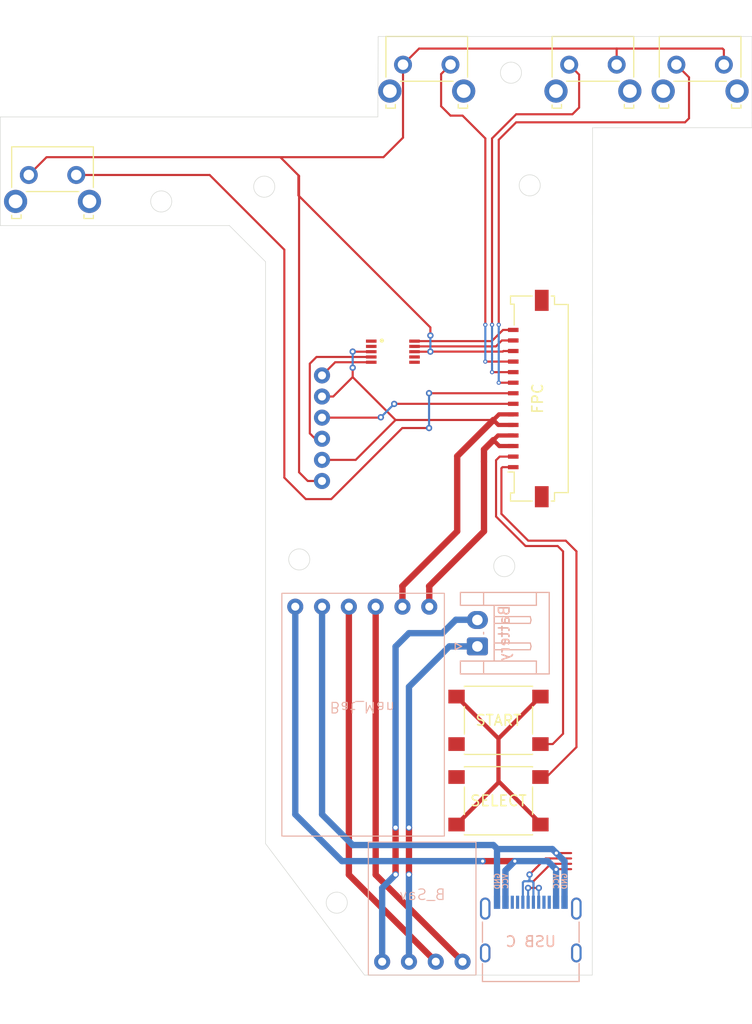
<source format=kicad_pcb>
(kicad_pcb (version 20221018) (generator pcbnew)
  (layers (0 "F.Cu" signal) (31 "B.Cu" signal) (34 "B.Paste" user) (35 "F.Paste" user) (36 "B.SilkS" user "B.Silkscreen") (37 "F.SilkS" user "F.Silkscreen") (38 "B.Mask" user) (39 "F.Mask" user) (44 "Edge.Cuts" user))
  (net 0 "")
  (footprint "Custom GBA Tools:MSOP10" (layer "F.Cu") (at 89.281 81.923 -90)
    (fp_text reference "ADS1115" hide)
    (fp_text value "ADS1115")
    (fp_circle (center -1.05 1.05) (end -0.85 1.05) (fill solid) (layer "F.SilkS"))
    (pad "1" smd rect (at -1 2.05 270) (size 0.3 1) (layers "F.Cu"))
    (pad "2" smd rect (at -0.5 2.05 270) (size 0.3 1) (layers "F.Cu"))
    (pad "A0" smd rect (at 0.5 2.05 270) (size 0.3 1) (layers "F.Cu"))
    (pad "A1" smd rect (at 1 2.05 270) (size 0.3 1) (layers "F.Cu"))
    (pad "A2" smd rect (at 1 -2.05 270) (size 0.3 1) (layers "F.Cu"))
    (pad "A3" smd rect (at 0.5 -2.05 270) (size 0.3 1) (layers "F.Cu"))
    (pad "GND" smd rect (at 0 2.05 270) (size 0.3 1) (layers "F.Cu"))
    (pad "SCL" smd rect (at -1 -2.05 270) (size 0.3 1) (layers "F.Cu"))
    (pad "SDA" smd rect (at -0.5 -2.05 270) (size 0.3 1) (layers "F.Cu"))
    (pad "VDD" smd rect (at 0 -2.05 270) (size 0.3 1) (layers "F.Cu"))
  )
  (footprint "Button_Switch_THT:SW_Tactile_SKHH_Angled" (layer "F.Cu") (at 90.242 54.737)
    (fp_text reference "REF**" hide)
    (fp_text value "SW_Tactile_SKHH_Angled" hide)
    (fp_line (start -1.62 -2.67) (end -1.62 1.18) (stroke (width 0.12)) (layer "F.SilkS"))
    (fp_line (start -1.62 3.82) (end -1.62 4.12) (stroke (width 0.12)) (layer "F.SilkS"))
    (fp_line (start -0.73 4.12) (end -1.62 4.12) (stroke (width 0.12)) (layer "F.SilkS"))
    (fp_line (start -0.73 4.12) (end -0.73 3.77) (stroke (width 0.12)) (layer "F.SilkS"))
    (fp_line (start -0.24 1.57) (end 4.74 1.57) (stroke (width 0.12)) (layer "F.SilkS"))
    (fp_line (start 5.23 4.12) (end 5.23 3.77) (stroke (width 0.12)) (layer "F.SilkS"))
    (fp_line (start 6.12 -2.67) (end -1.62 -2.67) (stroke (width 0.12)) (layer "F.SilkS"))
    (fp_line (start 6.12 1.18) (end 6.12 -2.67) (stroke (width 0.12)) (layer "F.SilkS"))
    (fp_line (start 6.12 3.82) (end 6.12 4.12) (stroke (width 0.12)) (layer "F.SilkS"))
    (fp_line (start 6.12 4.12) (end 5.23 4.12) (stroke (width 0.12)) (layer "F.SilkS"))
    (pad "" thru_hole circle (at -1.25 2.5 180) (size 2.2 2.2) (drill 1.3) (layers "*.Cu" "*.Mask"))
    (pad "" thru_hole circle (at 5.75 2.5 180) (size 2.2 2.2) (drill 1.3) (layers "*.Cu" "*.Mask"))
    (pad "1" thru_hole circle (at 0 0 180) (size 1.7 1.7) (drill 1) (layers "*.Cu" "*.Mask"))
    (pad "2" thru_hole circle (at 4.5 0 180) (size 1.7 1.7) (drill 1) (layers "*.Cu" "*.Mask"))
  )
  (footprint "Button_Switch_THT:SW_Tactile_SKHH_Angled" (layer "F.Cu") (at 105.99 54.737)
    (fp_text reference "REF**" hide)
    (fp_text value "SW_Tactile_SKHH_Angled" hide)
    (fp_line (start -1.62 -2.67) (end -1.62 1.18) (stroke (width 0.12)) (layer "F.SilkS"))
    (fp_line (start -1.62 3.82) (end -1.62 4.12) (stroke (width 0.12)) (layer "F.SilkS"))
    (fp_line (start -0.73 4.12) (end -1.62 4.12) (stroke (width 0.12)) (layer "F.SilkS"))
    (fp_line (start -0.73 4.12) (end -0.73 3.77) (stroke (width 0.12)) (layer "F.SilkS"))
    (fp_line (start -0.24 1.57) (end 4.74 1.57) (stroke (width 0.12)) (layer "F.SilkS"))
    (fp_line (start 5.23 4.12) (end 5.23 3.77) (stroke (width 0.12)) (layer "F.SilkS"))
    (fp_line (start 6.12 -2.67) (end -1.62 -2.67) (stroke (width 0.12)) (layer "F.SilkS"))
    (fp_line (start 6.12 1.18) (end 6.12 -2.67) (stroke (width 0.12)) (layer "F.SilkS"))
    (fp_line (start 6.12 3.82) (end 6.12 4.12) (stroke (width 0.12)) (layer "F.SilkS"))
    (fp_line (start 6.12 4.12) (end 5.23 4.12) (stroke (width 0.12)) (layer "F.SilkS"))
    (pad "" thru_hole circle (at -1.25 2.5 180) (size 2.2 2.2) (drill 1.3) (layers "*.Cu" "*.Mask"))
    (pad "" thru_hole circle (at 5.75 2.5 180) (size 2.2 2.2) (drill 1.3) (layers "*.Cu" "*.Mask"))
    (pad "1" thru_hole circle (at 0 0 180) (size 1.7 1.7) (drill 1) (layers "*.Cu" "*.Mask"))
    (pad "2" thru_hole circle (at 4.5 0 180) (size 1.7 1.7) (drill 1) (layers "*.Cu" "*.Mask"))
  )
  (footprint "Button_Switch_THT:SW_Tactile_SKHH_Angled" (layer "F.Cu") (at 54.773 65.187)
    (fp_text reference "REF**" hide)
    (fp_text value "SW_Tactile_SKHH_Angled" hide)
    (fp_line (start -1.62 -2.67) (end -1.62 1.18) (stroke (width 0.12)) (layer "F.SilkS"))
    (fp_line (start -1.62 3.82) (end -1.62 4.12) (stroke (width 0.12)) (layer "F.SilkS"))
    (fp_line (start -0.73 4.12) (end -1.62 4.12) (stroke (width 0.12)) (layer "F.SilkS"))
    (fp_line (start -0.73 4.12) (end -0.73 3.77) (stroke (width 0.12)) (layer "F.SilkS"))
    (fp_line (start -0.24 1.57) (end 4.74 1.57) (stroke (width 0.12)) (layer "F.SilkS"))
    (fp_line (start 5.23 4.12) (end 5.23 3.77) (stroke (width 0.12)) (layer "F.SilkS"))
    (fp_line (start 6.12 -2.67) (end -1.62 -2.67) (stroke (width 0.12)) (layer "F.SilkS"))
    (fp_line (start 6.12 1.18) (end 6.12 -2.67) (stroke (width 0.12)) (layer "F.SilkS"))
    (fp_line (start 6.12 3.82) (end 6.12 4.12) (stroke (width 0.12)) (layer "F.SilkS"))
    (fp_line (start 6.12 4.12) (end 5.23 4.12) (stroke (width 0.12)) (layer "F.SilkS"))
    (pad "" thru_hole circle (at -1.25 2.5 180) (size 2.2 2.2) (drill 1.3) (layers "*.Cu" "*.Mask"))
    (pad "" thru_hole circle (at 5.75 2.5 180) (size 2.2 2.2) (drill 1.3) (layers "*.Cu" "*.Mask"))
    (pad "1" thru_hole circle (at 0 0 180) (size 1.7 1.7) (drill 1) (layers "*.Cu" "*.Mask"))
    (pad "2" thru_hole circle (at 4.5 0 180) (size 1.7 1.7) (drill 1) (layers "*.Cu" "*.Mask"))
  )
  (footprint "Custom GBA Tools:Thru-hole joystick" (layer "F.Cu") (at 69.964 92.97)
    (fp_text reference "REF**" hide)
    (fp_text value "Thru-hole joystick")
    (pad "A1" thru_hole circle (at 12.6 -8.8) (size 1.524 1.524) (drill 0.762) (layers "*.Cu" "*.Mask"))
    (pad "A2" thru_hole circle (at 12.6 -2.8) (size 1.524 1.524) (drill 0.762) (layers "*.Cu" "*.Mask"))
    (pad "GND" thru_hole circle (at 12.6 -6.8) (size 1.524 1.524) (drill 0.762) (layers "*.Cu" "*.Mask"))
    (pad "GND" thru_hole circle (at 12.6 -0.8) (size 1.524 1.524) (drill 0.762) (layers "*.Cu" "*.Mask"))
    (pad "SW" thru_hole circle (at 12.6 -4.8) (size 1.524 1.524) (drill 0.762) (layers "*.Cu" "*.Mask"))
    (pad "VCC" thru_hole circle (at 12.6 1.2) (size 1.524 1.524) (drill 0.762) (layers "*.Cu" "*.Mask"))
  )
  (footprint "Button_Switch_SMD:SW_Push_1P1T_NO_6x6mm_H9.5mm" (layer "F.Cu") (at 99.29 116.84)
    (fp_text reference "START" (at 0 0) (layer "F.SilkS"))
    (fp_text value "SW_Push_1P1T_NO_6x6mm_H9.5mm" hide)
    (fp_line (start -3.23 -3.23) (end 3.23 -3.23) (stroke (width 0.12)) (layer "F.SilkS"))
    (fp_line (start -3.23 -3.2) (end -3.23 -3.23) (stroke (width 0.12)) (layer "F.SilkS"))
    (fp_line (start -3.23 -1.3) (end -3.23 1.3) (stroke (width 0.12)) (layer "F.SilkS"))
    (fp_line (start -3.23 3.23) (end -3.23 3.2) (stroke (width 0.12)) (layer "F.SilkS"))
    (fp_line (start -3.23 3.23) (end 3.23 3.23) (stroke (width 0.12)) (layer "F.SilkS"))
    (fp_line (start 3.23 -3.23) (end 3.23 -3.2) (stroke (width 0.12)) (layer "F.SilkS"))
    (fp_line (start 3.23 -1.3) (end 3.23 1.3) (stroke (width 0.12)) (layer "F.SilkS"))
    (fp_line (start 3.23 3.23) (end 3.23 3.2) (stroke (width 0.12)) (layer "F.SilkS"))
    (pad "1" smd rect (at -3.975 -2.25) (size 1.55 1.3) (layers "F.Cu" "F.Paste" "F.Mask"))
    (pad "1" smd rect (at 3.975 -2.25) (size 1.55 1.3) (layers "F.Cu" "F.Paste" "F.Mask"))
    (pad "2" smd rect (at -3.975 2.25) (size 1.55 1.3) (layers "F.Cu" "F.Paste" "F.Mask"))
    (pad "2" smd rect (at 3.975 2.25) (size 1.55 1.3) (layers "F.Cu" "F.Paste" "F.Mask"))
  )
  (footprint "Button_Switch_SMD:SW_Push_1P1T_NO_6x6mm_H9.5mm" (layer "F.Cu") (at 99.29 124.46)
    (fp_text reference "SELECT" (at 0 0) (layer "F.SilkS"))
    (fp_text value "SW_Push_1P1T_NO_6x6mm_H9.5mm" hide)
    (fp_line (start -3.23 -3.23) (end 3.23 -3.23) (stroke (width 0.12)) (layer "F.SilkS"))
    (fp_line (start -3.23 -3.2) (end -3.23 -3.23) (stroke (width 0.12)) (layer "F.SilkS"))
    (fp_line (start -3.23 -1.3) (end -3.23 1.3) (stroke (width 0.12)) (layer "F.SilkS"))
    (fp_line (start -3.23 3.23) (end -3.23 3.2) (stroke (width 0.12)) (layer "F.SilkS"))
    (fp_line (start -3.23 3.23) (end 3.23 3.23) (stroke (width 0.12)) (layer "F.SilkS"))
    (fp_line (start 3.23 -3.23) (end 3.23 -3.2) (stroke (width 0.12)) (layer "F.SilkS"))
    (fp_line (start 3.23 -1.3) (end 3.23 1.3) (stroke (width 0.12)) (layer "F.SilkS"))
    (fp_line (start 3.23 3.23) (end 3.23 3.2) (stroke (width 0.12)) (layer "F.SilkS"))
    (pad "1" smd rect (at -3.975 -2.25) (size 1.55 1.3) (layers "F.Cu" "F.Paste" "F.Mask"))
    (pad "1" smd rect (at 3.975 -2.25) (size 1.55 1.3) (layers "F.Cu" "F.Paste" "F.Mask"))
    (pad "2" smd rect (at -3.975 2.25) (size 1.55 1.3) (layers "F.Cu" "F.Paste" "F.Mask"))
    (pad "2" smd rect (at 3.975 2.25) (size 1.55 1.3) (layers "F.Cu" "F.Paste" "F.Mask"))
  )
  (footprint "Button_Switch_THT:SW_Tactile_SKHH_Angled" (layer "F.Cu") (at 116.15 54.737)
    (fp_text reference "REF**" hide)
    (fp_text value "SW_Tactile_SKHH_Angled" hide)
    (fp_line (start -1.62 -2.67) (end -1.62 1.18) (stroke (width 0.12)) (layer "F.SilkS"))
    (fp_line (start -1.62 3.82) (end -1.62 4.12) (stroke (width 0.12)) (layer "F.SilkS"))
    (fp_line (start -0.73 4.12) (end -1.62 4.12) (stroke (width 0.12)) (layer "F.SilkS"))
    (fp_line (start -0.73 4.12) (end -0.73 3.77) (stroke (width 0.12)) (layer "F.SilkS"))
    (fp_line (start -0.24 1.57) (end 4.74 1.57) (stroke (width 0.12)) (layer "F.SilkS"))
    (fp_line (start 5.23 4.12) (end 5.23 3.77) (stroke (width 0.12)) (layer "F.SilkS"))
    (fp_line (start 6.12 -2.67) (end -1.62 -2.67) (stroke (width 0.12)) (layer "F.SilkS"))
    (fp_line (start 6.12 1.18) (end 6.12 -2.67) (stroke (width 0.12)) (layer "F.SilkS"))
    (fp_line (start 6.12 3.82) (end 6.12 4.12) (stroke (width 0.12)) (layer "F.SilkS"))
    (fp_line (start 6.12 4.12) (end 5.23 4.12) (stroke (width 0.12)) (layer "F.SilkS"))
    (pad "" thru_hole circle (at -1.25 2.5 180) (size 2.2 2.2) (drill 1.3) (layers "*.Cu" "*.Mask"))
    (pad "" thru_hole circle (at 5.75 2.5 180) (size 2.2 2.2) (drill 1.3) (layers "*.Cu" "*.Mask"))
    (pad "1" thru_hole circle (at 0 0 180) (size 1.7 1.7) (drill 1) (layers "*.Cu" "*.Mask"))
    (pad "2" thru_hole circle (at 4.5 0 180) (size 1.7 1.7) (drill 1) (layers "*.Cu" "*.Mask"))
  )
  (footprint "Connector_FFC-FPC:Molex_200528-0140_1x14-1MP_P1.00mm_Horizontal" (layer "F.Cu") (at 101.6 86.36 90)
    (fp_text reference "FPC" (at 0 1.397 90) (layer "F.SilkS"))
    (fp_text value "Molex_200528-0140_1x14-1MP_P1.00mm_Horizontal" hide)
    (fp_line (start -9.71 -1.17) (end -9.71 0.88) (stroke (width 0.12)) (layer "F.SilkS"))
    (fp_line (start -9.71 2.7) (end -9.71 3) (stroke (width 0.12)) (layer "F.SilkS"))
    (fp_line (start -9.71 3) (end -8.91 3) (stroke (width 0.12)) (layer "F.SilkS"))
    (fp_line (start -8.94 -1.17) (end -9.71 -1.17) (stroke (width 0.12)) (layer "F.SilkS"))
    (fp_line (start -8.94 -0.82) (end -8.94 -1.17) (stroke (width 0.12)) (layer "F.SilkS"))
    (fp_line (start -8.91 3) (end -8.91 4.3) (stroke (width 0.12)) (layer "F.SilkS"))
    (fp_line (start -8.91 4.3) (end 8.91 4.3) (stroke (width 0.12)) (layer "F.SilkS"))
    (fp_line (start -6.96 -1.41) (end -6.96 -0.82) (stroke (width 0.12)) (layer "F.SilkS"))
    (fp_line (start -6.96 -0.82) (end -8.94 -0.82) (stroke (width 0.12)) (layer "F.SilkS"))
    (fp_line (start 8.91 3) (end 9.71 3) (stroke (width 0.12)) (layer "F.SilkS"))
    (fp_line (start 8.91 4.3) (end 8.91 3) (stroke (width 0.12)) (layer "F.SilkS"))
    (fp_line (start 8.94 -1.17) (end 8.94 -0.82) (stroke (width 0.12)) (layer "F.SilkS"))
    (fp_line (start 8.94 -0.82) (end 6.96 -0.82) (stroke (width 0.12)) (layer "F.SilkS"))
    (fp_line (start 9.71 -1.17) (end 8.94 -1.17) (stroke (width 0.12)) (layer "F.SilkS"))
    (fp_line (start 9.71 0.88) (end 9.71 -1.17) (stroke (width 0.12)) (layer "F.SilkS"))
    (fp_line (start 9.71 3) (end 9.71 2.7) (stroke (width 0.12)) (layer "F.SilkS"))
    (pad "1" smd rect (at -6.5 -0.91 90) (size 0.4 1) (layers "F.Cu" "F.Paste" "F.Mask"))
    (pad "2" smd rect (at -5.5 -0.91 90) (size 0.4 1) (layers "F.Cu" "F.Paste" "F.Mask"))
    (pad "3" smd rect (at -4.5 -0.91 90) (size 0.4 1) (layers "F.Cu" "F.Paste" "F.Mask"))
    (pad "4" smd rect (at -3.5 -0.91 90) (size 0.4 1) (layers "F.Cu" "F.Paste" "F.Mask"))
    (pad "5" smd rect (at -2.5 -0.91 90) (size 0.4 1) (layers "F.Cu" "F.Paste" "F.Mask"))
    (pad "6" smd rect (at -1.5 -0.91 90) (size 0.4 1) (layers "F.Cu" "F.Paste" "F.Mask"))
    (pad "7" smd rect (at -0.5 -0.91 90) (size 0.4 1) (layers "F.Cu" "F.Paste" "F.Mask"))
    (pad "8" smd rect (at 0.5 -0.91 90) (size 0.4 1) (layers "F.Cu" "F.Paste" "F.Mask"))
    (pad "9" smd rect (at 1.5 -0.91 90) (size 0.4 1) (layers "F.Cu" "F.Paste" "F.Mask"))
    (pad "10" smd rect (at 2.5 -0.91 90) (size 0.4 1) (layers "F.Cu" "F.Paste" "F.Mask"))
    (pad "11" smd rect (at 3.5 -0.91 90) (size 0.4 1) (layers "F.Cu" "F.Paste" "F.Mask"))
    (pad "12" smd rect (at 4.5 -0.91 90) (size 0.4 1) (layers "F.Cu" "F.Paste" "F.Mask"))
    (pad "13" smd rect (at 5.5 -0.91 90) (size 0.4 1) (layers "F.Cu" "F.Paste" "F.Mask"))
    (pad "14" smd rect (at 6.5 -0.91 90) (size 0.4 1) (layers "F.Cu" "F.Paste" "F.Mask"))
    (pad "MP" smd rect (at -9.3 1.79 90) (size 2 1.3) (layers "F.Cu" "F.Paste" "F.Mask"))
    (pad "MP" smd rect (at 9.3 1.79 90) (size 2 1.3) (layers "F.Cu" "F.Paste" "F.Mask"))
  )
  (footprint "Custom GBA Tools:Battery Protection Module" (layer "B.Cu") (at 97.155 140.97 180)
    (fp_text reference "B_Sav" (at 5.08 7.62 unlocked) (layer "B.SilkS") (effects (font (thickness 0.1)) (justify mirror)))
    (fp_text value "Battery Protection Module")
    (fp_rect (start 0 12.6) (end 10.2 0) (stroke (width 0.1)) (fill none) (layer "B.SilkS"))
    (pad "B+" thru_hole circle (at 6.35 1.27 180) (size 1.524 1.524) (drill 0.762) (layers "*.Cu" "*.Mask"))
    (pad "B-" thru_hole circle (at 8.89 1.27 180) (size 1.524 1.524) (drill 0.762) (layers "*.Cu" "*.Mask"))
    (pad "P+" thru_hole circle (at 3.81 1.27 180) (size 1.524 1.524) (drill 0.762) (layers "*.Cu" "*.Mask"))
    (pad "P-" thru_hole circle (at 1.27 1.27 180) (size 1.524 1.524) (drill 0.762) (layers "*.Cu" "*.Mask"))
  )
  (footprint "Custom GBA Tools:Battery Charger Board" (layer "B.Cu") (at 78.76 104.805)
    (fp_text reference "Bat_Man" (at 7.62 10.795 180 unlocked) (layer "B.SilkS") (effects (font (thickness 0.1)) (justify mirror)))
    (fp_text value "Battery Charger Board")
    (fp_rect (start 0 23) (end 15.4 0) (stroke (width 0.1)) (fill none) (layer "B.SilkS"))
    (pad "5V" thru_hole circle (at 13.97 1.27) (size 1.524 1.524) (drill 0.762) (layers "*.Cu" "*.Mask"))
    (pad "Bat+" thru_hole circle (at 6.35 1.27) (size 1.524 1.524) (drill 0.762) (layers "*.Cu" "*.Mask"))
    (pad "Bat-" thru_hole circle (at 8.89 1.27) (size 1.524 1.524) (drill 0.762) (layers "*.Cu" "*.Mask"))
    (pad "CHG+" thru_hole circle (at 1.27 1.27) (size 1.524 1.524) (drill 0.762) (layers "*.Cu" "*.Mask"))
    (pad "CHG-" thru_hole circle (at 3.81 1.27) (size 1.524 1.524) (drill 0.762) (layers "*.Cu" "*.Mask"))
    (pad "GND" thru_hole circle (at 11.43 1.27) (size 1.524 1.524) (drill 0.762) (layers "*.Cu" "*.Mask"))
  )
  (footprint "Connector_JST:JST_EH_S2B-EH_1x02_P2.50mm_Horizontal" (layer "B.Cu") (at 97.2895 109.835 90)
    (fp_text reference "Battery" (at 1.25 2.54 90) (layer "B.SilkS") (effects (justify mirror)))
    (fp_text value "JST_EH_S2B-EH_1x02_P2.50mm_Horizontal" hide)
    (fp_line (start -2.61 -1.61) (end -2.61 6.81) (stroke (width 0.12)) (layer "B.SilkS"))
    (fp_line (start -2.61 5.59) (end -1.39 5.59) (stroke (width 0.12)) (layer "B.SilkS"))
    (fp_line (start -2.61 6.81) (end 5.11 6.81) (stroke (width 0.12)) (layer "B.SilkS"))
    (fp_line (start -1.39 -1.61) (end -2.61 -1.61) (stroke (width 0.12)) (layer "B.SilkS"))
    (fp_line (start -1.39 0.59) (end -2.61 0.59) (stroke (width 0.12)) (layer "B.SilkS"))
    (fp_line (start -1.39 0.59) (end -1.39 -1.61) (stroke (width 0.12)) (layer "B.SilkS"))
    (fp_line (start -1.39 1.59) (end 3.89 1.59) (stroke (width 0.12)) (layer "B.SilkS"))
    (fp_line (start -1.39 5.59) (end -1.39 0.59) (stroke (width 0.12)) (layer "B.SilkS"))
    (fp_line (start -0.32 1.59) (end -0.32 5.01) (stroke (width 0.12)) (layer "B.SilkS"))
    (fp_line (start -0.32 5.01) (end 0 5.09) (stroke (width 0.12)) (layer "B.SilkS"))
    (fp_line (start -0.3 -2.1) (end 0.3 -2.1) (stroke (width 0.12)) (layer "B.SilkS"))
    (fp_line (start 0 -1.5) (end -0.3 -2.1) (stroke (width 0.12)) (layer "B.SilkS"))
    (fp_line (start 0 1.59) (end -0.32 1.59) (stroke (width 0.12)) (layer "B.SilkS"))
    (fp_line (start 0 5.09) (end 0.32 5.01) (stroke (width 0.12)) (layer "B.SilkS"))
    (fp_line (start 0.3 -2.1) (end 0 -1.5) (stroke (width 0.12)) (layer "B.SilkS"))
    (fp_line (start 0.32 1.59) (end 0 1.59) (stroke (width 0.12)) (layer "B.SilkS"))
    (fp_line (start 0.32 5.01) (end 0.32 1.59) (stroke (width 0.12)) (layer "B.SilkS"))
    (fp_line (start 1.17 0.59) (end 1.33 0.59) (stroke (width 0.12)) (layer "B.SilkS"))
    (fp_line (start 2.18 1.59) (end 2.18 5.01) (stroke (width 0.12)) (layer "B.SilkS"))
    (fp_line (start 2.18 5.01) (end 2.5 5.09) (stroke (width 0.12)) (layer "B.SilkS"))
    (fp_line (start 2.5 1.59) (end 2.18 1.59) (stroke (width 0.12)) (layer "B.SilkS"))
    (fp_line (start 2.5 5.09) (end 2.82 5.01) (stroke (width 0.12)) (layer "B.SilkS"))
    (fp_line (start 2.82 1.59) (end 2.5 1.59) (stroke (width 0.12)) (layer "B.SilkS"))
    (fp_line (start 2.82 5.01) (end 2.82 1.59) (stroke (width 0.12)) (layer "B.SilkS"))
    (fp_line (start 3.89 -1.61) (end 3.89 0.59) (stroke (width 0.12)) (layer "B.SilkS"))
    (fp_line (start 3.89 0.59) (end 5.11 0.59) (stroke (width 0.12)) (layer "B.SilkS"))
    (fp_line (start 3.89 5.59) (end 3.89 0.59) (stroke (width 0.12)) (layer "B.SilkS"))
    (fp_line (start 5.11 -1.61) (end 3.89 -1.61) (stroke (width 0.12)) (layer "B.SilkS"))
    (fp_line (start 5.11 5.59) (end 3.89 5.59) (stroke (width 0.12)) (layer "B.SilkS"))
    (fp_line (start 5.11 6.81) (end 5.11 -1.61) (stroke (width 0.12)) (layer "B.SilkS"))
    (pad "1" thru_hole roundrect (at 0 0 90) (size 1.7 2) (drill 1) (layers "*.Cu" "*.Mask") (roundrect_rratio 0.1470588235))
    (pad "2" thru_hole oval (at 2.5 0 90) (size 1.7 2) (drill 1) (layers "*.Cu" "*.Mask"))
  )
  (footprint "Connector_USB:USB_C_Receptacle_G-Switch_GT-USB-7010ASV" (layer "B.Cu") (at 102.35 137.795 180)
    (fp_text reference "USB C" (at 0 0) (layer "B.SilkS") (effects (justify mirror)))
    (fp_text value "USB_C_Receptacle_G-Switch_GT-USB-7010ASV")
    (fp_line (start -4.58 -3.785) (end -4.58 -2.08) (stroke (width 0.12)) (layer "B.SilkS"))
    (fp_line (start -4.58 1.85) (end -4.58 -0.07) (stroke (width 0.12)) (layer "B.SilkS"))
    (fp_line (start 4.58 -3.785) (end -4.58 -3.785) (stroke (width 0.12)) (layer "B.SilkS"))
    (fp_line (start 4.58 -2.08) (end 4.58 -3.785) (stroke (width 0.12)) (layer "B.SilkS"))
    (fp_line (start 4.58 -0.07) (end 4.58 1.85) (stroke (width 0.12)) (layer "B.SilkS"))
    (pad "" np_thru_hole circle (at -2.89 2.605 180) (size 0.65 0.65) (drill 0.65) (layers "*.Cu" "*.Mask"))
    (pad "" np_thru_hole circle (at 2.89 2.605 180) (size 0.65 0.65) (drill 0.65) (layers "*.Cu" "*.Mask"))
    (pad "A1" smd rect (at -3.2 3.725 180) (size 0.6 1.24) (layers "B.Cu" "B.Paste" "B.Mask"))
    (pad "A4" smd rect (at -2.4 3.725 180) (size 0.6 1.24) (layers "B.Cu" "B.Paste" "B.Mask"))
    (pad "A5" smd rect (at -1.25 3.725 180) (size 0.3 1.24) (layers "B.Cu" "B.Paste" "B.Mask"))
    (pad "A6" smd rect (at -0.25 3.725 180) (size 0.3 1.24) (layers "B.Cu" "B.Paste" "B.Mask"))
    (pad "A7" smd rect (at 0.25 3.725 180) (size 0.3 1.24) (layers "B.Cu" "B.Paste" "B.Mask"))
    (pad "A8" smd rect (at 1.25 3.725 180) (size 0.3 1.24) (layers "B.Cu" "B.Paste" "B.Mask"))
    (pad "A9" smd rect (at 2.4 3.725 180) (size 0.6 1.24) (layers "B.Cu" "B.Paste" "B.Mask"))
    (pad "A12" smd rect (at 3.2 3.725 180) (size 0.6 1.24) (layers "B.Cu" "B.Paste" "B.Mask"))
    (pad "B1" smd rect (at 3.2 3.725 180) (size 0.6 1.24) (layers "B.Cu" "B.Paste" "B.Mask"))
    (pad "B4" smd rect (at 2.4 3.725 180) (size 0.6 1.24) (layers "B.Cu" "B.Paste" "B.Mask"))
    (pad "B5" smd rect (at 1.75 3.725 180) (size 0.3 1.24) (layers "B.Cu" "B.Paste" "B.Mask"))
    (pad "B6" smd rect (at 0.75 3.725 180) (size 0.3 1.24) (layers "B.Cu" "B.Paste" "B.Mask"))
    (pad "B7" smd rect (at -0.75 3.725 180) (size 0.3 1.24) (layers "B.Cu" "B.Paste" "B.Mask"))
    (pad "B8" smd rect (at -1.75 3.725 180) (size 0.3 1.24) (layers "B.Cu" "B.Paste" "B.Mask"))
    (pad "B9" smd rect (at -2.4 3.725 180) (size 0.6 1.24) (layers "B.Cu" "B.Paste" "B.Mask"))
    (pad "B12" smd rect (at -3.2 3.725 180) (size 0.6 1.24) (layers "B.Cu" "B.Paste" "B.Mask"))
    (pad "S1" thru_hole oval (at -4.32 -1.075 180) (size 1 1.8) (drill oval 0.6 1.4) (layers "*.Cu" "*.Mask"))
    (pad "S1" thru_hole oval (at -4.32 3.125 180) (size 1 2.1) (drill oval 0.6 1.7) (layers "*.Cu" "*.Mask"))
    (pad "S1" thru_hole oval (at 4.32 -1.075 180) (size 1 1.8) (drill oval 0.6 1.4) (layers "*.Cu" "*.Mask"))
    (pad "S1" thru_hole oval (at 4.32 3.125 180) (size 1 2.1) (drill oval 0.6 1.7) (layers "*.Cu" "*.Mask"))
  )
  (gr_circle (center 102.251 66.167) (end 103.251 66.167) (stroke (width 0.05)) (fill none) (layer "Edge.Cuts"))
  (gr_circle (center 80.407 101.6) (end 81.407 101.6) (stroke (width 0.05)) (fill none) (layer "Edge.Cuts"))
  (gr_line (start 77.216 128.524) (end 86.59 140.97) (stroke (width 0.05)) (layer "Edge.Cuts"))
  (gr_line (start 77.216 73.406) (end 77.216 128.524) (stroke (width 0.05)) (layer "Edge.Cuts"))
  (gr_line (start 52.07 59.69) (end 52.07 69.977) (stroke (width 0.05)) (layer "Edge.Cuts"))
  (gr_circle (center 77.089 66.294) (end 78.089 66.294) (stroke (width 0.05)) (fill none) (layer "Edge.Cuts"))
  (gr_line (start 123.317 52.07) (end 123.317 59.309) (stroke (width 0.05)) (layer "Edge.Cuts"))
  (gr_circle (center 67.326 67.691) (end 68.326 67.691) (stroke (width 0.05)) (fill none) (layer "Edge.Cuts"))
  (gr_line (start 87.86 59.69) (end 87.884 52.07) (stroke (width 0.05)) (layer "Edge.Cuts"))
  (gr_circle (center 83.963 134.112) (end 84.963 134.112) (stroke (width 0.05)) (fill none) (layer "Edge.Cuts"))
  (gr_circle (center 99.838 102.235) (end 100.838 102.235) (stroke (width 0.05)) (fill none) (layer "Edge.Cuts"))
  (gr_line (start 52.07 69.977) (end 73.787 69.977) (stroke (width 0.05)) (layer "Edge.Cuts"))
  (gr_line (start 86.59 140.97) (end 108.18 140.97) (stroke (width 0.05)) (layer "Edge.Cuts"))
  (gr_circle (center 100.473 55.499) (end 101.473 55.499) (stroke (width 0.05)) (fill none) (layer "Edge.Cuts"))
  (gr_line (start 123.317 59.309) (end 123.317 60.706) (stroke (width 0.05)) (layer "Edge.Cuts"))
  (gr_line (start 87.884 52.07) (end 123.317 52.07) (stroke (width 0.05)) (layer "Edge.Cuts"))
  (gr_line (start 108.204 60.706) (end 108.18 140.97) (stroke (width 0.05)) (layer "Edge.Cuts"))
  (gr_line (start 123.317 60.706) (end 108.204 60.706) (stroke (width 0.05)) (layer "Edge.Cuts"))
  (gr_line (start 73.787 69.977) (end 77.216 73.406) (stroke (width 0.05)) (layer "Edge.Cuts"))
  (gr_line (start 87.86 59.69) (end 52.07 59.69) (stroke (width 0.05)) (layer "Edge.Cuts"))
  (gr_text "VCC" (at 104.763 132.08 90) (layer "B.SilkS") (effects (font (size 0.5 0.5) (thickness 0.1)) (justify mirror)))
  (gr_text "GND" (at 105.525 132.08 90) (layer "B.SilkS") (effects (font (size 0.5 0.5) (thickness 0.1)) (justify mirror)))
  (gr_text "GND" (at 99.175 132.08 90) (layer "B.SilkS") (effects (font (size 0.5 0.5) (thickness 0.1)) (justify mirror)))
  (gr_text "VCC" (at 99.937 132.08 90) (layer "B.SilkS") (effects (font (size 0.5 0.5) (thickness 0.1)) (justify mirror)))
  (segment (start 99.338 87.86) (end 98.806 88.392) (width 0.4) (layer "F.Cu") (net 0))
  (segment (start 100.69 79.86) (end 99.718 79.86) (width 0.2) (layer "F.Cu") (net 0))
  (segment (start 92.73 104.16) (end 92.73 106.075) (width 0.6) (layer "F.Cu") (net 0))
  (segment (start 100.69 81.86) (end 99.75 81.86) (width 0.2) (layer "F.Cu") (net 0))
  (segment (start 80.391 93.345) (end 81.216 94.17) (width 0.2) (layer "F.Cu") (net 0))
  (segment (start 98.044 79.375) (end 98.044 61.722) (width 0.2) (layer "F.Cu") (net 0))
  (segment (start 85.11 106.075) (end 85.11 131.465) (width 0.6) (layer "F.Cu") (net 0))
  (segment (start 100.965 60.198) (end 99.314 61.849) (width 0.2) (layer "F.Cu") (net 0))
  (segment (start 96.52 100.33) (end 97.917 98.933) (width 0.6) (layer "F.Cu") (net 0))
  (segment (start 81.216 94.17) (end 82.564 94.17) (width 0.2) (layer "F.Cu") (net 0))
  (segment (start 102.604 132.715) (end 102.096 132.715) (width 0.2) (layer "F.Cu") (net 0))
  (segment (start 91.766 53.213) (end 110.49 53.213) (width 0.2) (layer "F.Cu") (net 0))
  (segment (start 81.915 90.17) (end 82.564 90.17) (width 0.2) (layer "F.Cu") (net 0))
  (segment (start 110.49 53.213) (end 120.523 53.213) (width 0.2) (layer "F.Cu") (net 0))
  (segment (start 98.655 80.923) (end 91.331 80.923) (width 0.2) (layer "F.Cu") (net 0))
  (segment (start 97.79 130.175) (end 100.838 130.175) (width 0.6) (layer "F.Cu") (net 0))
  (segment (start 99.29 118.565) (end 95.315 114.59) (width 0.4) (layer "F.Cu") (net 0))
  (segment (start 99.695 81.915) (end 92.837 81.915) (width 0.2) (layer "F.Cu") (net 0))
  (segment (start 99.044 81.423) (end 91.331 81.423) (width 0.2) (layer "F.Cu") (net 0))
  (segment (start 104.775 129.413) (end 106.172 129.413) (width 0.2) (layer "F.Cu") (net 0))
  (segment (start 106.934 58.801) (end 106.934 55.681) (width 0.2) (layer "F.Cu") (net 0))
  (segment (start 104.255 130.429) (end 106.172 130.429) (width 0.2) (layer "F.Cu") (net 0))
  (segment (start 89.416 86.86) (end 100.69 86.86) (width 0.2) (layer "F.Cu") (net 0))
  (segment (start 89.40844 86.86756) (end 89.416 86.86) (width 0.2) (layer "F.Cu") (net 0))
  (segment (start 90.242 61.65) (end 90.242 54.737) (width 0.2) (layer "F.Cu") (net 0))
  (segment (start 106.68 100.838) (end 106.68 119.38) (width 0.2) (layer "F.Cu") (net 0))
  (segment (start 120.65 53.34) (end 120.65 54.737) (width 0.2) (layer "F.Cu") (net 0))
  (segment (start 99.29 122.61) (end 99.29 122.735) (width 0.4) (layer "F.Cu") (net 0))
  (segment (start 102.604 132.715) (end 103.112 132.715) (width 0.2) (layer "F.Cu") (net 0))
  (segment (start 95.377 98.933) (end 90.17 104.14) (width 0.6) (layer "F.Cu") (net 0))
  (segment (start 89.535 88.392) (end 98.806 88.392) (width 0.2) (layer "F.Cu") (net 0))
  (segment (start 101.854 100.33) (end 99.06 97.536) (width 0.2) (layer "F.Cu") (net 0))
  (segment (start 100.69 80.86) (end 99.607 80.86) (width 0.2) (layer "F.Cu") (net 0))
  (segment (start 71.918 65.187) (end 78.994 72.263) (width 0.2) (layer "F.Cu") (net 0))
  (segment (start 93.853 55.626) (end 94.742 54.737) (width 0.2) (layer "F.Cu") (net 0))
  (segment (start 99.29 118.565) (end 99.29 122.61) (width 0.4) (layer "F.Cu") (net 0))
  (segment (start 100.965 59.436) (end 106.299 59.436) (width 0.2) (layer "F.Cu") (net 0))
  (segment (start 103.85 122.21) (end 103.265 122.21) (width 0.2) (layer "F.Cu") (net 0))
  (segment (start 92.837 81.915) (end 92.829 81.923) (width 0.2) (layer "F.Cu") (net 0))
  (segment (start 83.811 82.923) (end 82.564 84.17) (width 0.2) (layer "F.Cu") (net 0))
  (segment (start 106.68 119.38) (end 103.85 122.21) (width 0.2) (layer "F.Cu") (net 0))
  (segment (start 92.837 79.629) (end 80.3275 67.1195) (width 0.2) (layer "F.Cu") (net 0))
  (segment (start 99.29 122.61) (end 103.1 126.42) (width 0.4) (layer "F.Cu") (net 0))
  (segment (start 81.407 83.058) (end 81.407 89.662) (width 0.2) (layer "F.Cu") (net 0))
  (segment (start 95.377 91.821) (end 95.377 98.933) (width 0.6) (layer "F.Cu") (net 0))
  (segment (start 80.3275 65.2145) (end 80.391 65.278) (width 0.2) (layer "F.Cu") (net 0))
  (segment (start 100.69 87.86) (end 99.338 87.86) (width 0.4) (layer "F.Cu") (net 0))
  (segment (start 97.917 92.329) (end 97.917 91.186) (width 0.6) (layer "F.Cu") (net 0))
  (segment (start 116.967 60.198) (end 100.965 60.198) (width 0.2) (layer "F.Cu") (net 0))
  (segment (start 103.265 114.59) (end 99.29 118.565) (width 0.4) (layer "F.Cu") (net 0))
  (segment (start 105.41 118.11) (end 105.41 100.838) (width 0.2) (layer "F.Cu") (net 0))
  (segment (start 98.679 61.722) (end 100.965 59.436) (width 0.2) (layer "F.Cu") (net 0))
  (segment (start 78.994 93.853) (end 81.026 95.885) (width 0.2) (layer "F.Cu") (net 0))
  (segment (start 116.15 54.737) (end 117.348 55.935) (width 0.2) (layer "F.Cu") (net 0))
  (segment (start 100.69 92.86) (end 99.672 92.86) (width 0.2) (layer "F.Cu") (net 0))
  (segment (start 102.604 132.715) (end 102.604 132.08) (width 0.2) (layer "F.Cu") (net 0))
  (segment (start 99.607 80.86) (end 99.044 81.423) (width 0.2) (layer "F.Cu") (net 0))
  (segment (start 99.402 91.86) (end 100.69 91.86) (width 0.2) (layer "F.Cu") (net 0))
  (segment (start 87.231 82.923) (end 83.811 82.923) (width 0.2) (layer "F.Cu") (net 0))
  (segment (start 99.06 97.536) (end 99.06 92.202) (width 0.2) (layer "F.Cu") (net 0))
  (segment (start 106.299 59.436) (end 106.934 58.801) (width 0.2) (layer "F.Cu") (net 0))
  (segment (start 88.392 63.5) (end 90.242 61.65) (width 0.2) (layer "F.Cu") (net 0))
  (segment (start 98.044 82.86) (end 100.69 82.86) (width 0.2) (layer "F.Cu") (net 0))
  (segment (start 98.679 79.375) (end 98.679 61.722) (width 0.2) (layer "F.Cu") (net 0))
  (segment (start 85.471 84.328) (end 89.535 88.392) (width 0.2) (layer "F.Cu") (net 0))
  (segment (start 90.17 89.154) (end 92.71 89.154) (width 0.2) (layer "F.Cu") (net 0))
  (segment (start 82.042 82.423) (end 81.407 83.058) (width 0.2) (layer "F.Cu") (net 0))
  (segment (start 56.46 63.5) (end 54.773 65.187) (width 0.2) (layer "F.Cu") (net 0))
  (segment (start 99.75 81.86) (end 99.695 81.915) (width 0.2) (layer "F.Cu") (net 0))
  (segment (start 100.69 88.86) (end 99.274 88.86) (width 0.4) (layer "F.Cu") (net 0))
  (segment (start 95.885 139.7) (end 87.65 131.465) (width 0.6) (layer "F.Cu") (net 0))
  (segment (start 85.479 81.923) (end 85.471 81.915) (width 0.2) (layer "F.Cu") (net 0))
  (segment (start 80.3275 67.1195) (end 80.3275 65.2145) (width 0.2) (layer "F.Cu") (net 0))
  (segment (start 98.679 83.86) (end 100.69 83.86) (width 0.2) (layer "F.Cu") (net 0))
  (segment (start 87.231 81.923) (end 85.479 81.923) (width 0.2) (layer "F.Cu") (net 0))
  (segment (start 87.65 131.465) (end 87.65 106.075) (width 0.6) (layer "F.Cu") (net 0))
  (segment (start 99.243 89.86) (end 98.806 90.297) (width 0.4) (layer "F.Cu") (net 0))
  (segment (start 87.231 82.423) (end 82.042 82.423) (width 0.2) (layer "F.Cu") (net 0))
  (segment (start 117.348 59.817) (end 116.967 60.198) (width 0.2) (layer "F.Cu") (net 0))
  (segment (start 102.604 132.08) (end 104.255 130.429) (width 0.2) (layer "F.Cu") (net 0))
  (segment (start 92.837 80.391) (end 92.837 79.629) (width 0.2) (layer "F.Cu") (net 0))
  (segment (start 120.523 53.213) (end 120.65 53.34) (width 0.2) (layer "F.Cu") (net 0))
  (segment (start 78.613 63.5) (end 88.392 63.5) (width 0.2) (layer "F.Cu") (net 0))
  (segment (start 99.314 84.86) (end 100.69 84.86) (width 0.2) (layer "F.Cu") (net 0))
  (segment (start 97.917 98.933) (end 97.917 92.329) (width 0.6) (layer "F.Cu") (net 0))
  (segment (start 99.369 90.86) (end 98.806 90.297) (width 0.4) (layer "F.Cu") (net 0))
  (segment (start 85.11 131.465) (end 93.345 139.7) (width 0.6) (layer "F.Cu") (net 0))
  (segment (start 83.629 86.17) (end 82.564 86.17) (width 0.2) (layer "F.Cu") (net 0))
  (segment (start 99.672 92.86) (end 99.568 92.964) (width 0.2) (layer "F.Cu") (net 0))
  (segment (start 93.853 58.674) (end 93.853 55.626) (width 0.2) (layer "F.Cu") (net 0))
  (segment (start 104.43 119.09) (end 105.41 118.11) (width 0.2) (layer "F.Cu") (net 0))
  (segment (start 98.044 61.722) (end 95.885 59.563) (width 0.2) (layer "F.Cu") (net 0))
  (segment (start 90.805 131.445) (end 90.805 127) (width 0.6) (layer "F.Cu") (net 0))
  (segment (start 99.29 122.735) (end 95.315 126.71) (width 0.4) (layer "F.Cu") (net 0))
  (segment (start 103.759 129.921) (end 106.172 129.921) (width 0.2) (layer "F.Cu") (net 0))
  (segment (start 99.568 97.282) (end 102.108 99.822) (width 0.2) (layer "F.Cu") (net 0))
  (segment (start 103.265 119.09) (end 104.43 119.09) (width 0.2) (layer "F.Cu") (net 0))
  (segment (start 85.471 84.328) (end 83.629 86.17) (width 0.2) (layer "F.Cu") (net 0))
  (segment (start 117.348 55.935) (end 117.348 59.817) (width 0.2) (layer "F.Cu") (net 0))
  (segment (start 83.439 95.885) (end 90.17 89.154) (width 0.2) (layer "F.Cu") (net 0))
  (segment (start 80.391 65.278) (end 80.391 93.345) (width 0.2) (layer "F.Cu") (net 0))
  (segment (start 99.718 79.86) (end 98.655 80.923) (width 0.2) (layer "F.Cu") (net 0))
  (segment (start 90.17 104.14) (end 90.19 104.16) (width 0.6) (layer "F.Cu") (net 0))
  (segment (start 102.235 131.445) (end 103.759 129.921) (width 0.2) (layer "F.Cu") (net 0))
  (segment (start 78.613 63.5) (end 56.46 63.5) (width 0.2) (layer "F.Cu") (net 0))
  (segment (start 106.934 55.681) (end 105.99 54.737) (width 0.2) (layer "F.Cu") (net 0))
  (segment (start 85.757 92.17) (end 82.564 92.17) (width 0.2) (layer "F.Cu") (net 0))
  (segment (start 90.19 104.16) (end 90.19 106.075) (width 0.6) (layer "F.Cu") (net 0))
  (segment (start 104.775 130.937) (end 104.75 130.962) (width 0.2) (layer "F.Cu") (net 0))
  (segment (start 96.52 100.33) (end 92.71 104.14) (width 0.6) (layer "F.Cu") (net 0))
  (segment (start 94.742 59.563) (end 93.853 58.674) (width 0.2) (layer "F.Cu") (net 0))
  (segment (start 110.49 53.213) (end 110.49 54.737) (width 0.2) (layer "F.Cu") (net 0))
  (segment (start 89.535 88.392) (end 85.757 92.17) (width 0.2) (layer "F.Cu") (net 0))
  (segment (start 92.829 81.923) (end 91.331 81.923) (width 0.2) (layer "F.Cu") (net 0))
  (segment (start 92.71 104.14) (end 92.73 104.16) (width 0.6) (layer "F.Cu") (net 0))
  (segment (start 85.471 83.439) (end 85.471 84.328) (width 0.2) (layer "F.Cu") (net 0))
  (segment (start 102.108 99.822) (end 105.664 99.822) (width 0.2) (layer "F.Cu") (net 0))
  (segment (start 100.69 90.86) (end 99.369 90.86) (width 0.4) (layer "F.Cu") (net 0))
  (segment (start 81.407 89.662) (end 81.915 90.17) (width 0.2) (layer "F.Cu") (net 0))
  (segment (start 59.273 65.187) (end 71.918 65.187) (width 0.2) (layer "F.Cu") (net 0))
  (segment (start 97.917 91.186) (end 98.806 90.297) (width 0.6) (layer "F.Cu") (net 0))
  (segment (start 90.242 54.737) (end 91.766 53.213) (width 0.2) (layer "F.Cu") (net 0))
  (segment (start 105.41 100.838) (end 104.902 100.33) (width 0.2) (layer "F.Cu") (net 0))
  (segment (start 80.3275 65.2145) (end 78.613 63.5) (width 0.2) (layer "F.Cu") (net 0))
  (segment (start 95.885 59.563) (end 94.742 59.563) (width 0.2) (layer "F.Cu") (net 0))
  (segment (start 92.718 85.86) (end 100.69 85.86) (width 0.2) (layer "F.Cu") (net 0))
  (segment (start 98.806 88.392) (end 95.377 91.821) (width 0.6) (layer "F.Cu") (net 0))
  (segment (start 89.535 131.445) (end 89.535 127) (width 0.6) (layer "F.Cu") (net 0))
  (segment (start 100.69 89.86) (end 99.243 89.86) (width 0.4) (layer "F.Cu") (net 0))
  (segment (start 99.274 88.86) (end 98.806 88.392) (width 0.4) (layer "F.Cu") (net 0))
  (segment (start 78.994 72.263) (end 78.994 93.853) (width 0.2) (layer "F.Cu") (net 0))
  (segment (start 99.314 61.849) (end 99.314 79.375) (width 0.2) (layer "F.Cu") (net 0))
  (segment (start 104.902 100.33) (end 101.854 100.33) (width 0.2) (layer "F.Cu") (net 0))
  (segment (start 92.71 85.852) (end 92.718 85.86) (width 0.2) (layer "F.Cu") (net 0))
  (segment (start 88.106 88.17) (end 82.564 88.17) (width 0.2) (layer "F.Cu") (net 0))
  (segment (start 99.06 92.202) (end 99.402 91.86) (width 0.2) (layer "F.Cu") (net 0))
  (segment (start 99.568 92.964) (end 99.568 97.282) (width 0.2) (layer "F.Cu") (net 0))
  (segment (start 105.664 99.822) (end 106.68 100.838) (width 0.2) (layer "F.Cu") (net 0))
  (segment (start 106.172 130.937) (end 104.775 130.937) (width 0.2) (layer "F.Cu") (net 0))
  (segment (start 88.138 88.138) (end 88.106 88.17) (width 0.2) (layer "F.Cu") (net 0))
  (segment (start 81.026 95.885) (end 83.439 95.885) (width 0.2) (layer "F.Cu") (net 0))
  (via (at 92.71 89.154) (size 0.6) (drill 0.3) (layers "F.Cu" "B.Cu") (net 0))
  (via (at 99.314 84.86) (size 0.4) (drill 0.2) (layers "F.Cu" "B.Cu") (net 0))
  (via (at 89.535 131.445) (size 0.6) (drill 0.4) (layers "F.Cu" "B.Cu") (net 0))
  (via (at 92.71 85.852) (size 0.6) (drill 0.3) (layers "F.Cu" "B.Cu") (net 0))
  (via (at 97.79 130.175) (size 0.6) (drill 0.3) (layers "F.Cu" "B.Cu") (net 0))
  (via (at 104.75 130.962) (size 0.6) (drill 0.3) (layers "F.Cu" "B.Cu") (net 0))
  (via (at 102.096 132.715) (size 0.6) (drill 0.3) (layers "F.Cu" "B.Cu") (net 0))
  (via (at 103.112 132.715) (size 0.6) (drill 0.3) (layers "F.Cu" "B.Cu") (net 0))
  (via (at 85.471 83.439) (size 0.6) (drill 0.3) (layers "F.Cu" "B.Cu") (net 0))
  (via (at 100.838 130.175) (size 0.6) (drill 0.3) (layers "F.Cu" "B.Cu") (net 0))
  (via (at 98.044 79.375) (size 0.4) (drill 0.2) (layers "F.Cu" "B.Cu") (net 0))
  (via (at 85.471 81.915) (size 0.6) (drill 0.3) (layers "F.Cu" "B.Cu") (net 0))
  (via (at 88.138 88.138) (size 0.6) (drill 0.3) (layers "F.Cu" "B.Cu") (net 0))
  (via (at 98.679 79.375) (size 0.4) (drill 0.2) (layers "F.Cu" "B.Cu") (net 0))
  (via (at 89.40844 86.86756) (size 0.6) (drill 0.3) (layers "F.Cu" "B.Cu") (net 0))
  (via (at 89.535 127) (size 0.6) (drill 0.4) (layers "F.Cu" "B.Cu") (net 0))
  (via (at 99.314 79.375) (size 0.4) (drill 0.2) (layers "F.Cu" "B.Cu") (net 0))
  (via (at 90.805 127) (size 0.6) (drill 0.4) (layers "F.Cu" "B.Cu") (net 0))
  (via (at 92.837 80.391) (size 0.6) (drill 0.3) (layers "F.Cu" "B.Cu") (net 0))
  (via (at 98.044 82.86) (size 0.4) (drill 0.2) (layers "F.Cu" "B.Cu") (net 0))
  (via (at 102.235 131.445) (size 0.6) (drill 0.3) (layers "F.Cu" "B.Cu") (net 0))
  (via (at 98.679 83.86) (size 0.4) (drill 0.2) (layers "F.Cu" "B.Cu") (net 0))
  (via (at 92.837 81.915) (size 0.6) (drill 0.3) (layers "F.Cu" "B.Cu") (net 0))
  (via (at 104.775 129.413) (size 0.6) (drill 0.3) (layers "F.Cu" "B.Cu") (net 0))
  (via (at 90.805 131.445) (size 0.6) (drill 0.4) (layers "F.Cu" "B.Cu") (net 0))
  (segment (start 102.477 132.08) (end 102.6 132.203) (width 0.2) (layer "B.Cu") (net 0))
  (segment (start 80.03 125.75) (end 80.03 106.075) (width 0.6) (layer "B.Cu") (net 0))
  (segment (start 104.394 129.032) (end 99.187 129.032) (width 0.6) (layer "B.Cu") (net 0))
  (segment (start 102.235 131.445) (end 102.108 131.572) (width 0.2) (layer "B.Cu") (net 0))
  (segment (start 88.265 132.715) (end 89.535 131.445) (width 0.6) (layer "B.Cu") (net 0))
  (segment (start 99.95 131.063) (end 100.838 130.175) (width 0.6) (layer "B.Cu") (net 0))
  (segment (start 105.55 130.188) (end 105.55 134.07) (width 0.6) (layer "B.Cu") (net 0))
  (segment (start 102.1 132.719) (end 102.096 132.715) (width 0.2) (layer "B.Cu") (net 0))
  (segment (start 90.805 139.7) (end 90.805 131.445) (width 0.6) (layer "B.Cu") (net 0))
  (segment (start 101.6 132.195) (end 101.715 132.08) (width 0.2) (layer "B.Cu") (net 0))
  (segment (start 99.95 134.07) (end 99.95 131.063) (width 0.6) (layer "B.Cu") (net 0))
  (segment (start 101.6 134.07) (end 101.6 132.195) (width 0.2) (layer "B.Cu") (net 0))
  (segment (start 97.1425 107.315) (end 97.1625 107.335) (width 0.6) (layer "B.Cu") (net 0))
  (segment (start 93.98 108.585) (end 95.25 107.315) (width 0.6) (layer "B.Cu") (net 0))
  (segment (start 103.1 134.07) (end 103.1 132.727) (width 0.2) (layer "B.Cu") (net 0))
  (segment (start 102.1 134.07) (end 102.1 132.719) (width 0.2) (layer "B.Cu") (net 0))
  (segment (start 99.314 84.86) (end 99.314 79.375) (width 0.2) (layer "B.Cu") (net 0))
  (segment (start 89.535 109.855) (end 90.805 108.585) (width 0.6) (layer "B.Cu") (net 0))
  (segment (start 104.75 130.962) (end 104.75 134.07) (width 0.6) (layer "B.Cu") (net 0))
  (segment (start 89.40844 86.86756) (end 88.138 88.138) (width 0.2) (layer "B.Cu") (net 0))
  (segment (start 90.805 127) (end 90.805 113.665) (width 0.6) (layer "B.Cu") (net 0))
  (segment (start 82.57 125.75) (end 82.57 106.075) (width 0.6) (layer "B.Cu") (net 0))
  (segment (start 104.775 129.413) (end 104.394 129.032) (width 0.6) (layer "B.Cu") (net 0))
  (segment (start 102.096 132.08) (end 102.477 132.08) (width 0.2) (layer "B.Cu") (net 0))
  (segment (start 88.265 139.7) (end 88.265 132.715) (width 0.6) (layer "B.Cu") (net 0))
  (segment (start 102.6 132.203) (end 102.6 134.07) (width 0.2) (layer "B.Cu") (net 0))
  (segment (start 102.235 131.941) (end 102.235 131.445) (width 0.2) (layer "B.Cu") (net 0))
  (segment (start 90.805 108.585) (end 93.98 108.585) (width 0.6) (layer "B.Cu") (net 0))
  (segment (start 99.187 129.032) (end 98.806 128.651) (width 0.6) (layer "B.Cu") (net 0))
  (segment (start 85.471 128.651) (end 82.57 125.75) (width 0.6) (layer "B.Cu") (net 0))
  (segment (start 103.1 132.727) (end 103.112 132.715) (width 0.2) (layer "B.Cu") (net 0))
  (segment (start 101.715 132.08) (end 102.096 132.08) (width 0.2) (layer "B.Cu") (net 0))
  (segment (start 99.15 129.069) (end 99.15 134.07) (width 0.6) (layer "B.Cu") (net 0))
  (segment (start 92.837 81.915) (end 92.837 80.391) (width 0.2) (layer "B.Cu") (net 0))
  (segment (start 98.679 83.86) (end 98.679 79.375) (width 0.2) (layer "B.Cu") (net 0))
  (segment (start 90.805 113.665) (end 94.635 109.835) (width 0.6) (layer "B.Cu") (net 0))
  (segment (start 84.455 130.175) (end 80.03 125.75) (width 0.6) (layer "B.Cu") (net 0))
  (segment (start 94.635 109.835) (end 97.1625 109.835) (width 0.6) (layer "B.Cu") (net 0))
  (segment (start 89.535 127) (end 89.535 109.855) (width 0.6) (layer "B.Cu") (net 0))
  (segment (start 103.963 130.175) (end 104.75 130.962) (width 0.6) (layer "B.Cu") (net 0))
  (segment (start 89.36 113.76) (end 89.67 113.76) (width 0) (layer "B.Cu") (net 0))
  (segment (start 95.25 107.315) (end 97.1425 107.315) (width 0.6) (layer "B.Cu") (net 0))
  (segment (start 92.71 85.852) (end 92.71 89.154) (width 0.2) (layer "B.Cu") (net 0))
  (segment (start 104.775 129.413) (end 105.55 130.188) (width 0.6) (layer "B.Cu") (net 0))
  (segment (start 100.838 130.175) (end 100.458 130.555) (width 0.2) (layer "B.Cu") (net 0))
  (segment (start 100.838 130.175) (end 103.963 130.175) (width 0.6) (layer "B.Cu") (net 0))
  (segment (start 97.79 130.175) (end 84.455 130.175) (width 0.6) (layer "B.Cu") (net 0))
  (segment (start 98.044 82.86) (end 98.044 79.375) (width 0.2) (layer "B.Cu") (net 0))
  (segment (start 102.096 132.08) (end 102.235 131.941) (width 0.2) (layer "B.Cu") (net 0))
  (segment (start 98.806 128.651) (end 85.471 128.651) (width 0.6) (layer "B.Cu") (net 0))
  (segment (start 85.471 81.915) (end 85.471 83.439) (width 0.2) (layer "B.Cu") (net 0))
)
</source>
